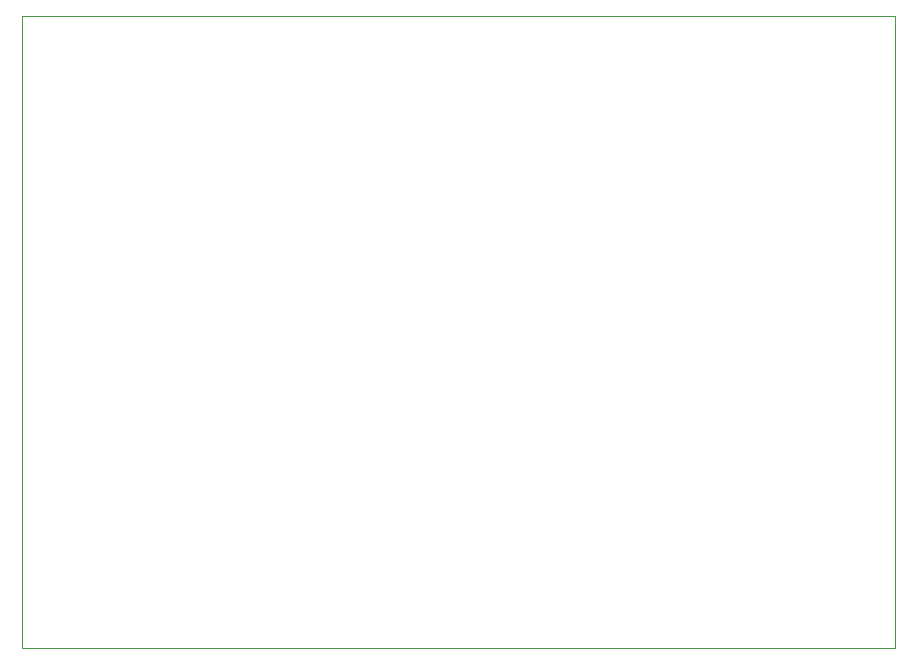
<source format=gbr>
%TF.GenerationSoftware,KiCad,Pcbnew,7.0.9*%
%TF.CreationDate,2025-02-11T06:25:59-06:00*%
%TF.ProjectId,Piggyback MEM0-7 + Addr,50696767-7962-4616-936b-204d454d302d,rev?*%
%TF.SameCoordinates,Original*%
%TF.FileFunction,Profile,NP*%
%FSLAX46Y46*%
G04 Gerber Fmt 4.6, Leading zero omitted, Abs format (unit mm)*
G04 Created by KiCad (PCBNEW 7.0.9) date 2025-02-11 06:25:59*
%MOMM*%
%LPD*%
G01*
G04 APERTURE LIST*
%TA.AperFunction,Profile*%
%ADD10C,0.100000*%
%TD*%
G04 APERTURE END LIST*
D10*
X66929000Y-65151000D02*
X140843000Y-65151000D01*
X140843000Y-118618000D01*
X66929000Y-118618000D01*
X66929000Y-65151000D01*
M02*

</source>
